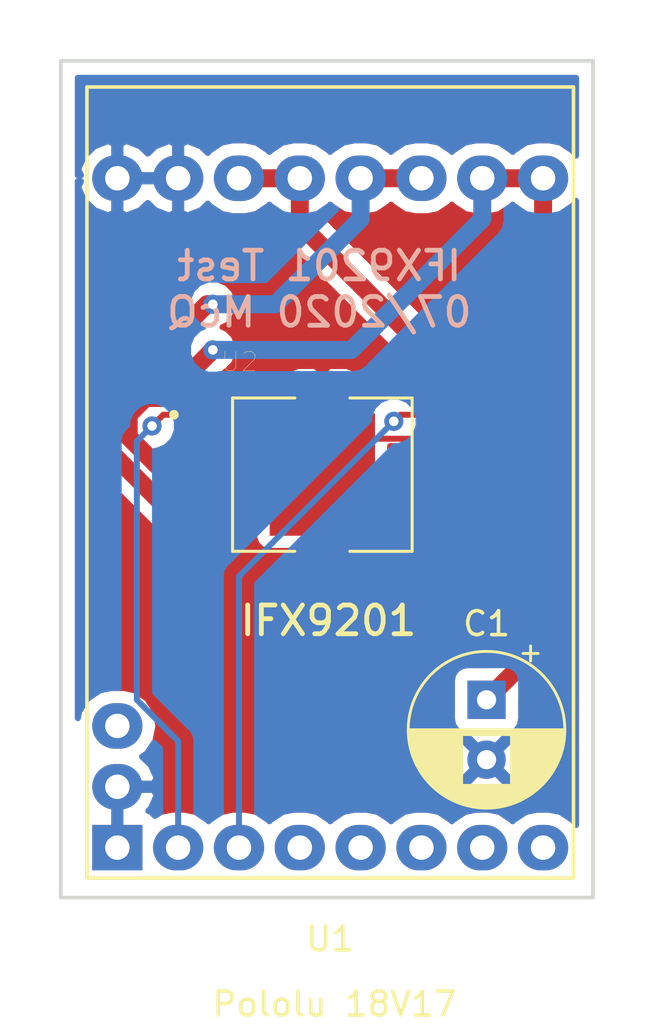
<source format=kicad_pcb>
(kicad_pcb (version 20171130) (host pcbnew 5.0.2+dfsg1-1)

  (general
    (thickness 1.6)
    (drawings 6)
    (tracks 57)
    (zones 0)
    (modules 3)
    (nets 18)
  )

  (page A4)
  (layers
    (0 F.Cu signal)
    (31 B.Cu signal)
    (32 B.Adhes user)
    (33 F.Adhes user)
    (34 B.Paste user)
    (35 F.Paste user)
    (36 B.SilkS user)
    (37 F.SilkS user)
    (38 B.Mask user)
    (39 F.Mask user)
    (40 Dwgs.User user)
    (41 Cmts.User user)
    (42 Eco1.User user)
    (43 Eco2.User user)
    (44 Edge.Cuts user)
    (45 Margin user)
    (46 B.CrtYd user)
    (47 F.CrtYd user)
    (48 B.Fab user)
    (49 F.Fab user)
  )

  (setup
    (last_trace_width 0.75)
    (user_trace_width 0.5)
    (user_trace_width 0.75)
    (trace_clearance 0.2)
    (zone_clearance 0.508)
    (zone_45_only no)
    (trace_min 0.2)
    (segment_width 0.2)
    (edge_width 0.15)
    (via_size 0.8)
    (via_drill 0.4)
    (via_min_size 0.4)
    (via_min_drill 0.3)
    (uvia_size 0.3)
    (uvia_drill 0.1)
    (uvias_allowed no)
    (uvia_min_size 0.2)
    (uvia_min_drill 0.1)
    (pcb_text_width 0.3)
    (pcb_text_size 1.5 1.5)
    (mod_edge_width 0.15)
    (mod_text_size 1 1)
    (mod_text_width 0.15)
    (pad_size 1.524 1.524)
    (pad_drill 0.762)
    (pad_to_mask_clearance 0.051)
    (solder_mask_min_width 0.25)
    (aux_axis_origin 0 0)
    (visible_elements FFFFFF7F)
    (pcbplotparams
      (layerselection 0x010fc_ffffffff)
      (usegerberextensions false)
      (usegerberattributes false)
      (usegerberadvancedattributes false)
      (creategerberjobfile false)
      (excludeedgelayer true)
      (linewidth 0.100000)
      (plotframeref false)
      (viasonmask false)
      (mode 1)
      (useauxorigin false)
      (hpglpennumber 1)
      (hpglpenspeed 20)
      (hpglpendiameter 15.000000)
      (psnegative false)
      (psa4output false)
      (plotreference true)
      (plotvalue true)
      (plotinvisibletext false)
      (padsonsilk false)
      (subtractmaskfromsilk false)
      (outputformat 1)
      (mirror false)
      (drillshape 1)
      (scaleselection 1)
      (outputdirectory ""))
  )

  (net 0 "")
  (net 1 "Net-(U1-Pad2)")
  (net 2 "Net-(U1-Pad3)")
  (net 3 "Net-(U1-Pad4)")
  (net 4 "Net-(U1-Pad5)")
  (net 5 "Net-(U1-Pad6)")
  (net 6 "Net-(U1-Pad7)")
  (net 7 "Net-(U1-Pad8)")
  (net 8 "Net-(U1-Pad11)")
  (net 9 "Net-(U1-Pad13)")
  (net 10 "Net-(U1-Pad17)")
  (net 11 "Net-(U2-Pad10)")
  (net 12 "Net-(U2-Pad9)")
  (net 13 "Net-(U2-Pad8)")
  (net 14 "Net-(U2-Pad3)")
  (net 15 "Net-(U2-Pad2)")
  (net 16 GND)
  (net 17 "Net-(C1-Pad1)")

  (net_class Default "This is the default net class."
    (clearance 0.2)
    (trace_width 0.25)
    (via_dia 0.8)
    (via_drill 0.4)
    (uvia_dia 0.3)
    (uvia_drill 0.1)
    (add_net GND)
    (add_net "Net-(C1-Pad1)")
    (add_net "Net-(U1-Pad11)")
    (add_net "Net-(U1-Pad13)")
    (add_net "Net-(U1-Pad17)")
    (add_net "Net-(U1-Pad2)")
    (add_net "Net-(U1-Pad3)")
    (add_net "Net-(U1-Pad4)")
    (add_net "Net-(U1-Pad5)")
    (add_net "Net-(U1-Pad6)")
    (add_net "Net-(U1-Pad7)")
    (add_net "Net-(U1-Pad8)")
    (add_net "Net-(U2-Pad10)")
    (add_net "Net-(U2-Pad2)")
    (add_net "Net-(U2-Pad3)")
    (add_net "Net-(U2-Pad8)")
    (add_net "Net-(U2-Pad9)")
  )

  (module MedidoFootprints:Pololu18V17 (layer F.Cu) (tedit 5F027E15) (tstamp 5F548CD4)
    (at 82.371001 88.721001)
    (path /5F072E6A)
    (fp_text reference U1 (at 0 17.78) (layer F.SilkS)
      (effects (font (size 1 1) (thickness 0.15)))
    )
    (fp_text value Pololu18v17 (at 0 -16.51) (layer F.Fab)
      (effects (font (size 1 1) (thickness 0.15)))
    )
    (fp_line (start -10.16 15.24) (end -10.16 -17.78) (layer F.SilkS) (width 0.15))
    (fp_line (start -10.16 -17.78) (end 10.16 -17.78) (layer F.SilkS) (width 0.15))
    (fp_line (start 10.16 -17.78) (end 10.16 15.24) (layer F.SilkS) (width 0.15))
    (fp_line (start 10.16 15.24) (end -10.16 15.24) (layer F.SilkS) (width 0.15))
    (fp_text user "Pololu 18V17" (at 0.178999 20.498999) (layer F.SilkS)
      (effects (font (size 1 1) (thickness 0.15)))
    )
    (pad 1 thru_hole rect (at -8.89 13.97) (size 2.1 1.9) (drill 1.02) (layers *.Cu *.Mask)
      (net 16 GND))
    (pad 2 thru_hole oval (at -6.35 13.97) (size 2.1 1.9) (drill 1.02) (layers *.Cu *.Mask)
      (net 1 "Net-(U1-Pad2)"))
    (pad 3 thru_hole oval (at -3.81 13.97) (size 2.1 1.9) (drill 1.02) (layers *.Cu *.Mask)
      (net 2 "Net-(U1-Pad3)"))
    (pad 4 thru_hole oval (at -1.27 13.97) (size 2.1 1.9) (drill 1.02) (layers *.Cu *.Mask)
      (net 3 "Net-(U1-Pad4)"))
    (pad 5 thru_hole oval (at 1.27 13.97) (size 2.1 1.9) (drill 1.02) (layers *.Cu *.Mask)
      (net 4 "Net-(U1-Pad5)"))
    (pad 6 thru_hole oval (at 3.81 13.97) (size 2.1 1.9) (drill 1.02) (layers *.Cu *.Mask)
      (net 5 "Net-(U1-Pad6)"))
    (pad 7 thru_hole oval (at 6.35 13.97) (size 2.1 1.9) (drill 1.02) (layers *.Cu *.Mask)
      (net 6 "Net-(U1-Pad7)"))
    (pad 8 thru_hole oval (at 8.89 13.97) (size 2.1 1.9) (drill 1.02) (layers *.Cu *.Mask)
      (net 7 "Net-(U1-Pad8)"))
    (pad 9 thru_hole oval (at 8.89 -13.97) (size 2.1 1.9) (drill 1.02) (layers *.Cu *.Mask)
      (net 17 "Net-(C1-Pad1)"))
    (pad 10 thru_hole oval (at 6.35 -13.97) (size 2.1 1.9) (drill 1.02) (layers *.Cu *.Mask)
      (net 17 "Net-(C1-Pad1)"))
    (pad 11 thru_hole oval (at 3.81 -13.97) (size 2.1 1.9) (drill 1.02) (layers *.Cu *.Mask)
      (net 8 "Net-(U1-Pad11)"))
    (pad 12 thru_hole oval (at 1.27 -13.97) (size 2.1 1.9) (drill 1.02) (layers *.Cu *.Mask)
      (net 8 "Net-(U1-Pad11)"))
    (pad 13 thru_hole oval (at -1.27 -13.97) (size 2.1 1.9) (drill 1.02) (layers *.Cu *.Mask)
      (net 9 "Net-(U1-Pad13)"))
    (pad 14 thru_hole oval (at -3.81 -13.97) (size 2.1 1.9) (drill 1.02) (layers *.Cu *.Mask)
      (net 9 "Net-(U1-Pad13)"))
    (pad 15 thru_hole oval (at -6.35 -13.97) (size 2.1 1.9) (drill 1.02) (layers *.Cu *.Mask)
      (net 16 GND))
    (pad 16 thru_hole oval (at -8.89 -13.97) (size 2.1 1.9) (drill 1.02) (layers *.Cu *.Mask)
      (net 16 GND))
    (pad 18 thru_hole oval (at -8.89 11.43) (size 2.1 1.9) (drill 1.02) (layers *.Cu *.Mask)
      (net 16 GND))
    (pad 17 thru_hole oval (at -8.89 8.89) (size 2.1 1.9) (drill 1.02) (layers *.Cu *.Mask)
      (net 10 "Net-(U1-Pad17)"))
  )

  (module MedidoFootprints:CONV_IFX9201SGAUMA1 (layer F.Cu) (tedit 5EFDDD60) (tstamp 5F548CFD)
    (at 82.042 87.122)
    (path /5F073084)
    (fp_text reference U2 (at -3.46 -4.708) (layer F.SilkS)
      (effects (font (size 0.8 0.8) (thickness 0.015)))
    )
    (fp_text value IFX9201SGAUMA1 (at 3.652 4.692) (layer F.Fab)
      (effects (font (size 0.8 0.8) (thickness 0.015)))
    )
    (fp_line (start 3.75 -3.2) (end 3.75 3.2) (layer F.SilkS) (width 0.127))
    (fp_line (start -3.75 3.2) (end -3.75 -3.2) (layer F.SilkS) (width 0.127))
    (fp_circle (center -6.2 -2.5) (end -6.1 -2.5) (layer F.Fab) (width 0.2))
    (fp_circle (center -6.2 -2.5) (end -6.1 -2.5) (layer F.SilkS) (width 0.2))
    (fp_line (start -5.9 4.15) (end -5.9 -4.15) (layer F.CrtYd) (width 0.05))
    (fp_line (start 5.9 4.15) (end -5.9 4.15) (layer F.CrtYd) (width 0.05))
    (fp_line (start 5.9 -4.15) (end 5.9 4.15) (layer F.CrtYd) (width 0.05))
    (fp_line (start -5.9 -4.15) (end 5.9 -4.15) (layer F.CrtYd) (width 0.05))
    (fp_line (start -3.75 3.2) (end -1.15 3.2) (layer F.SilkS) (width 0.127))
    (fp_line (start 3.75 3.2) (end 1.15 3.2) (layer F.SilkS) (width 0.127))
    (fp_line (start -3.75 -3.2) (end -1.15 -3.2) (layer F.SilkS) (width 0.127))
    (fp_line (start 3.75 -3.2) (end 1.15 -3.2) (layer F.SilkS) (width 0.127))
    (fp_line (start -3.75 3.2) (end -3.75 -3.2) (layer F.Fab) (width 0.127))
    (fp_line (start 3.75 3.2) (end -3.75 3.2) (layer F.Fab) (width 0.127))
    (fp_line (start 3.75 -3.2) (end 3.75 3.2) (layer F.Fab) (width 0.127))
    (fp_line (start -3.75 -3.2) (end 3.75 -3.2) (layer F.Fab) (width 0.127))
    (fp_poly (pts (xy -0.475 2.525) (xy 0.475 2.525) (xy 0.475 4.125) (xy -0.475 4.125)) (layer F.Paste) (width 0.01))
    (fp_poly (pts (xy -2.275 0.375) (xy -0.025 0.375) (xy -0.025 2.275) (xy -2.275 2.275)) (layer F.Paste) (width 0.01))
    (fp_poly (pts (xy 0.025 0.375) (xy 2.275 0.375) (xy 2.275 2.275) (xy 0.025 2.275)) (layer F.Paste) (width 0.01))
    (fp_poly (pts (xy -2.275 -2.275) (xy -0.025 -2.275) (xy -0.025 -0.375) (xy -2.275 -0.375)) (layer F.Paste) (width 0.01))
    (fp_poly (pts (xy 0.025 -2.275) (xy 2.275 -2.275) (xy 2.275 -0.375) (xy 0.025 -0.375)) (layer F.Paste) (width 0.01))
    (fp_poly (pts (xy -0.475 -4.125) (xy 0.475 -4.125) (xy 0.475 -2.525) (xy -0.475 -2.525)) (layer F.Paste) (width 0.01))
    (pad 13.2 smd rect (at 0 3.225) (size 1.8 1.35) (layers F.Cu F.Mask)
      (net 16 GND))
    (pad 12 smd rect (at 4.975 -2.5) (size 1.35 0.65) (layers F.Cu F.Paste F.Mask)
      (net 2 "Net-(U1-Pad3)"))
    (pad 11 smd rect (at 4.975 -1.5) (size 1.35 0.65) (layers F.Cu F.Paste F.Mask)
      (net 16 GND))
    (pad 10 smd rect (at 4.975 -0.5) (size 1.35 0.65) (layers F.Cu F.Paste F.Mask)
      (net 11 "Net-(U2-Pad10)"))
    (pad 9 smd rect (at 4.975 0.5) (size 1.35 0.65) (layers F.Cu F.Paste F.Mask)
      (net 12 "Net-(U2-Pad9)"))
    (pad 8 smd rect (at 4.975 1.5) (size 1.35 0.65) (layers F.Cu F.Paste F.Mask)
      (net 13 "Net-(U2-Pad8)"))
    (pad 7 smd rect (at 4.975 2.5) (size 1.35 0.65) (layers F.Cu F.Paste F.Mask)
      (net 9 "Net-(U1-Pad13)"))
    (pad 6 smd rect (at -4.975 2.5) (size 1.35 0.65) (layers F.Cu F.Paste F.Mask)
      (net 16 GND))
    (pad 5 smd rect (at -4.975 1.5) (size 1.35 0.65) (layers F.Cu F.Paste F.Mask)
      (net 8 "Net-(U1-Pad11)"))
    (pad 4 smd rect (at -4.975 0.5) (size 1.35 0.65) (layers F.Cu F.Paste F.Mask)
      (net 17 "Net-(C1-Pad1)"))
    (pad 3 smd rect (at -4.975 -0.5) (size 1.35 0.65) (layers F.Cu F.Paste F.Mask)
      (net 14 "Net-(U2-Pad3)"))
    (pad 2 smd rect (at -4.975 -1.5) (size 1.35 0.65) (layers F.Cu F.Paste F.Mask)
      (net 15 "Net-(U2-Pad2)"))
    (pad 13.1 smd rect (at 0 -3.225) (size 1.8 1.35) (layers F.Cu F.Mask)
      (net 16 GND))
    (pad 13 smd rect (at 0 0) (size 4.4 5.1) (layers F.Cu F.Mask)
      (net 16 GND))
    (pad 1 smd rect (at -4.975 -2.5) (size 1.35 0.65) (layers F.Cu F.Paste F.Mask)
      (net 1 "Net-(U1-Pad2)"))
  )

  (module Capacitor_THT:CP_Radial_D6.3mm_P2.50mm (layer F.Cu) (tedit 5AE50EF0) (tstamp 5F54CB94)
    (at 88.9 96.52 270)
    (descr "CP, Radial series, Radial, pin pitch=2.50mm, , diameter=6.3mm, Electrolytic Capacitor")
    (tags "CP Radial series Radial pin pitch 2.50mm  diameter 6.3mm Electrolytic Capacitor")
    (path /5F0757F5)
    (fp_text reference C1 (at -3.175 0) (layer F.SilkS)
      (effects (font (size 1 1) (thickness 0.15)))
    )
    (fp_text value CP1 (at 1.27 4.445 270) (layer F.Fab)
      (effects (font (size 1 1) (thickness 0.15)))
    )
    (fp_circle (center 1.25 0) (end 4.4 0) (layer F.Fab) (width 0.1))
    (fp_circle (center 1.25 0) (end 4.52 0) (layer F.SilkS) (width 0.12))
    (fp_circle (center 1.25 0) (end 4.65 0) (layer F.CrtYd) (width 0.05))
    (fp_line (start -1.443972 -1.3735) (end -0.813972 -1.3735) (layer F.Fab) (width 0.1))
    (fp_line (start -1.128972 -1.6885) (end -1.128972 -1.0585) (layer F.Fab) (width 0.1))
    (fp_line (start 1.25 -3.23) (end 1.25 3.23) (layer F.SilkS) (width 0.12))
    (fp_line (start 1.29 -3.23) (end 1.29 3.23) (layer F.SilkS) (width 0.12))
    (fp_line (start 1.33 -3.23) (end 1.33 3.23) (layer F.SilkS) (width 0.12))
    (fp_line (start 1.37 -3.228) (end 1.37 3.228) (layer F.SilkS) (width 0.12))
    (fp_line (start 1.41 -3.227) (end 1.41 3.227) (layer F.SilkS) (width 0.12))
    (fp_line (start 1.45 -3.224) (end 1.45 3.224) (layer F.SilkS) (width 0.12))
    (fp_line (start 1.49 -3.222) (end 1.49 -1.04) (layer F.SilkS) (width 0.12))
    (fp_line (start 1.49 1.04) (end 1.49 3.222) (layer F.SilkS) (width 0.12))
    (fp_line (start 1.53 -3.218) (end 1.53 -1.04) (layer F.SilkS) (width 0.12))
    (fp_line (start 1.53 1.04) (end 1.53 3.218) (layer F.SilkS) (width 0.12))
    (fp_line (start 1.57 -3.215) (end 1.57 -1.04) (layer F.SilkS) (width 0.12))
    (fp_line (start 1.57 1.04) (end 1.57 3.215) (layer F.SilkS) (width 0.12))
    (fp_line (start 1.61 -3.211) (end 1.61 -1.04) (layer F.SilkS) (width 0.12))
    (fp_line (start 1.61 1.04) (end 1.61 3.211) (layer F.SilkS) (width 0.12))
    (fp_line (start 1.65 -3.206) (end 1.65 -1.04) (layer F.SilkS) (width 0.12))
    (fp_line (start 1.65 1.04) (end 1.65 3.206) (layer F.SilkS) (width 0.12))
    (fp_line (start 1.69 -3.201) (end 1.69 -1.04) (layer F.SilkS) (width 0.12))
    (fp_line (start 1.69 1.04) (end 1.69 3.201) (layer F.SilkS) (width 0.12))
    (fp_line (start 1.73 -3.195) (end 1.73 -1.04) (layer F.SilkS) (width 0.12))
    (fp_line (start 1.73 1.04) (end 1.73 3.195) (layer F.SilkS) (width 0.12))
    (fp_line (start 1.77 -3.189) (end 1.77 -1.04) (layer F.SilkS) (width 0.12))
    (fp_line (start 1.77 1.04) (end 1.77 3.189) (layer F.SilkS) (width 0.12))
    (fp_line (start 1.81 -3.182) (end 1.81 -1.04) (layer F.SilkS) (width 0.12))
    (fp_line (start 1.81 1.04) (end 1.81 3.182) (layer F.SilkS) (width 0.12))
    (fp_line (start 1.85 -3.175) (end 1.85 -1.04) (layer F.SilkS) (width 0.12))
    (fp_line (start 1.85 1.04) (end 1.85 3.175) (layer F.SilkS) (width 0.12))
    (fp_line (start 1.89 -3.167) (end 1.89 -1.04) (layer F.SilkS) (width 0.12))
    (fp_line (start 1.89 1.04) (end 1.89 3.167) (layer F.SilkS) (width 0.12))
    (fp_line (start 1.93 -3.159) (end 1.93 -1.04) (layer F.SilkS) (width 0.12))
    (fp_line (start 1.93 1.04) (end 1.93 3.159) (layer F.SilkS) (width 0.12))
    (fp_line (start 1.971 -3.15) (end 1.971 -1.04) (layer F.SilkS) (width 0.12))
    (fp_line (start 1.971 1.04) (end 1.971 3.15) (layer F.SilkS) (width 0.12))
    (fp_line (start 2.011 -3.141) (end 2.011 -1.04) (layer F.SilkS) (width 0.12))
    (fp_line (start 2.011 1.04) (end 2.011 3.141) (layer F.SilkS) (width 0.12))
    (fp_line (start 2.051 -3.131) (end 2.051 -1.04) (layer F.SilkS) (width 0.12))
    (fp_line (start 2.051 1.04) (end 2.051 3.131) (layer F.SilkS) (width 0.12))
    (fp_line (start 2.091 -3.121) (end 2.091 -1.04) (layer F.SilkS) (width 0.12))
    (fp_line (start 2.091 1.04) (end 2.091 3.121) (layer F.SilkS) (width 0.12))
    (fp_line (start 2.131 -3.11) (end 2.131 -1.04) (layer F.SilkS) (width 0.12))
    (fp_line (start 2.131 1.04) (end 2.131 3.11) (layer F.SilkS) (width 0.12))
    (fp_line (start 2.171 -3.098) (end 2.171 -1.04) (layer F.SilkS) (width 0.12))
    (fp_line (start 2.171 1.04) (end 2.171 3.098) (layer F.SilkS) (width 0.12))
    (fp_line (start 2.211 -3.086) (end 2.211 -1.04) (layer F.SilkS) (width 0.12))
    (fp_line (start 2.211 1.04) (end 2.211 3.086) (layer F.SilkS) (width 0.12))
    (fp_line (start 2.251 -3.074) (end 2.251 -1.04) (layer F.SilkS) (width 0.12))
    (fp_line (start 2.251 1.04) (end 2.251 3.074) (layer F.SilkS) (width 0.12))
    (fp_line (start 2.291 -3.061) (end 2.291 -1.04) (layer F.SilkS) (width 0.12))
    (fp_line (start 2.291 1.04) (end 2.291 3.061) (layer F.SilkS) (width 0.12))
    (fp_line (start 2.331 -3.047) (end 2.331 -1.04) (layer F.SilkS) (width 0.12))
    (fp_line (start 2.331 1.04) (end 2.331 3.047) (layer F.SilkS) (width 0.12))
    (fp_line (start 2.371 -3.033) (end 2.371 -1.04) (layer F.SilkS) (width 0.12))
    (fp_line (start 2.371 1.04) (end 2.371 3.033) (layer F.SilkS) (width 0.12))
    (fp_line (start 2.411 -3.018) (end 2.411 -1.04) (layer F.SilkS) (width 0.12))
    (fp_line (start 2.411 1.04) (end 2.411 3.018) (layer F.SilkS) (width 0.12))
    (fp_line (start 2.451 -3.002) (end 2.451 -1.04) (layer F.SilkS) (width 0.12))
    (fp_line (start 2.451 1.04) (end 2.451 3.002) (layer F.SilkS) (width 0.12))
    (fp_line (start 2.491 -2.986) (end 2.491 -1.04) (layer F.SilkS) (width 0.12))
    (fp_line (start 2.491 1.04) (end 2.491 2.986) (layer F.SilkS) (width 0.12))
    (fp_line (start 2.531 -2.97) (end 2.531 -1.04) (layer F.SilkS) (width 0.12))
    (fp_line (start 2.531 1.04) (end 2.531 2.97) (layer F.SilkS) (width 0.12))
    (fp_line (start 2.571 -2.952) (end 2.571 -1.04) (layer F.SilkS) (width 0.12))
    (fp_line (start 2.571 1.04) (end 2.571 2.952) (layer F.SilkS) (width 0.12))
    (fp_line (start 2.611 -2.934) (end 2.611 -1.04) (layer F.SilkS) (width 0.12))
    (fp_line (start 2.611 1.04) (end 2.611 2.934) (layer F.SilkS) (width 0.12))
    (fp_line (start 2.651 -2.916) (end 2.651 -1.04) (layer F.SilkS) (width 0.12))
    (fp_line (start 2.651 1.04) (end 2.651 2.916) (layer F.SilkS) (width 0.12))
    (fp_line (start 2.691 -2.896) (end 2.691 -1.04) (layer F.SilkS) (width 0.12))
    (fp_line (start 2.691 1.04) (end 2.691 2.896) (layer F.SilkS) (width 0.12))
    (fp_line (start 2.731 -2.876) (end 2.731 -1.04) (layer F.SilkS) (width 0.12))
    (fp_line (start 2.731 1.04) (end 2.731 2.876) (layer F.SilkS) (width 0.12))
    (fp_line (start 2.771 -2.856) (end 2.771 -1.04) (layer F.SilkS) (width 0.12))
    (fp_line (start 2.771 1.04) (end 2.771 2.856) (layer F.SilkS) (width 0.12))
    (fp_line (start 2.811 -2.834) (end 2.811 -1.04) (layer F.SilkS) (width 0.12))
    (fp_line (start 2.811 1.04) (end 2.811 2.834) (layer F.SilkS) (width 0.12))
    (fp_line (start 2.851 -2.812) (end 2.851 -1.04) (layer F.SilkS) (width 0.12))
    (fp_line (start 2.851 1.04) (end 2.851 2.812) (layer F.SilkS) (width 0.12))
    (fp_line (start 2.891 -2.79) (end 2.891 -1.04) (layer F.SilkS) (width 0.12))
    (fp_line (start 2.891 1.04) (end 2.891 2.79) (layer F.SilkS) (width 0.12))
    (fp_line (start 2.931 -2.766) (end 2.931 -1.04) (layer F.SilkS) (width 0.12))
    (fp_line (start 2.931 1.04) (end 2.931 2.766) (layer F.SilkS) (width 0.12))
    (fp_line (start 2.971 -2.742) (end 2.971 -1.04) (layer F.SilkS) (width 0.12))
    (fp_line (start 2.971 1.04) (end 2.971 2.742) (layer F.SilkS) (width 0.12))
    (fp_line (start 3.011 -2.716) (end 3.011 -1.04) (layer F.SilkS) (width 0.12))
    (fp_line (start 3.011 1.04) (end 3.011 2.716) (layer F.SilkS) (width 0.12))
    (fp_line (start 3.051 -2.69) (end 3.051 -1.04) (layer F.SilkS) (width 0.12))
    (fp_line (start 3.051 1.04) (end 3.051 2.69) (layer F.SilkS) (width 0.12))
    (fp_line (start 3.091 -2.664) (end 3.091 -1.04) (layer F.SilkS) (width 0.12))
    (fp_line (start 3.091 1.04) (end 3.091 2.664) (layer F.SilkS) (width 0.12))
    (fp_line (start 3.131 -2.636) (end 3.131 -1.04) (layer F.SilkS) (width 0.12))
    (fp_line (start 3.131 1.04) (end 3.131 2.636) (layer F.SilkS) (width 0.12))
    (fp_line (start 3.171 -2.607) (end 3.171 -1.04) (layer F.SilkS) (width 0.12))
    (fp_line (start 3.171 1.04) (end 3.171 2.607) (layer F.SilkS) (width 0.12))
    (fp_line (start 3.211 -2.578) (end 3.211 -1.04) (layer F.SilkS) (width 0.12))
    (fp_line (start 3.211 1.04) (end 3.211 2.578) (layer F.SilkS) (width 0.12))
    (fp_line (start 3.251 -2.548) (end 3.251 -1.04) (layer F.SilkS) (width 0.12))
    (fp_line (start 3.251 1.04) (end 3.251 2.548) (layer F.SilkS) (width 0.12))
    (fp_line (start 3.291 -2.516) (end 3.291 -1.04) (layer F.SilkS) (width 0.12))
    (fp_line (start 3.291 1.04) (end 3.291 2.516) (layer F.SilkS) (width 0.12))
    (fp_line (start 3.331 -2.484) (end 3.331 -1.04) (layer F.SilkS) (width 0.12))
    (fp_line (start 3.331 1.04) (end 3.331 2.484) (layer F.SilkS) (width 0.12))
    (fp_line (start 3.371 -2.45) (end 3.371 -1.04) (layer F.SilkS) (width 0.12))
    (fp_line (start 3.371 1.04) (end 3.371 2.45) (layer F.SilkS) (width 0.12))
    (fp_line (start 3.411 -2.416) (end 3.411 -1.04) (layer F.SilkS) (width 0.12))
    (fp_line (start 3.411 1.04) (end 3.411 2.416) (layer F.SilkS) (width 0.12))
    (fp_line (start 3.451 -2.38) (end 3.451 -1.04) (layer F.SilkS) (width 0.12))
    (fp_line (start 3.451 1.04) (end 3.451 2.38) (layer F.SilkS) (width 0.12))
    (fp_line (start 3.491 -2.343) (end 3.491 -1.04) (layer F.SilkS) (width 0.12))
    (fp_line (start 3.491 1.04) (end 3.491 2.343) (layer F.SilkS) (width 0.12))
    (fp_line (start 3.531 -2.305) (end 3.531 -1.04) (layer F.SilkS) (width 0.12))
    (fp_line (start 3.531 1.04) (end 3.531 2.305) (layer F.SilkS) (width 0.12))
    (fp_line (start 3.571 -2.265) (end 3.571 2.265) (layer F.SilkS) (width 0.12))
    (fp_line (start 3.611 -2.224) (end 3.611 2.224) (layer F.SilkS) (width 0.12))
    (fp_line (start 3.651 -2.182) (end 3.651 2.182) (layer F.SilkS) (width 0.12))
    (fp_line (start 3.691 -2.137) (end 3.691 2.137) (layer F.SilkS) (width 0.12))
    (fp_line (start 3.731 -2.092) (end 3.731 2.092) (layer F.SilkS) (width 0.12))
    (fp_line (start 3.771 -2.044) (end 3.771 2.044) (layer F.SilkS) (width 0.12))
    (fp_line (start 3.811 -1.995) (end 3.811 1.995) (layer F.SilkS) (width 0.12))
    (fp_line (start 3.851 -1.944) (end 3.851 1.944) (layer F.SilkS) (width 0.12))
    (fp_line (start 3.891 -1.89) (end 3.891 1.89) (layer F.SilkS) (width 0.12))
    (fp_line (start 3.931 -1.834) (end 3.931 1.834) (layer F.SilkS) (width 0.12))
    (fp_line (start 3.971 -1.776) (end 3.971 1.776) (layer F.SilkS) (width 0.12))
    (fp_line (start 4.011 -1.714) (end 4.011 1.714) (layer F.SilkS) (width 0.12))
    (fp_line (start 4.051 -1.65) (end 4.051 1.65) (layer F.SilkS) (width 0.12))
    (fp_line (start 4.091 -1.581) (end 4.091 1.581) (layer F.SilkS) (width 0.12))
    (fp_line (start 4.131 -1.509) (end 4.131 1.509) (layer F.SilkS) (width 0.12))
    (fp_line (start 4.171 -1.432) (end 4.171 1.432) (layer F.SilkS) (width 0.12))
    (fp_line (start 4.211 -1.35) (end 4.211 1.35) (layer F.SilkS) (width 0.12))
    (fp_line (start 4.251 -1.262) (end 4.251 1.262) (layer F.SilkS) (width 0.12))
    (fp_line (start 4.291 -1.165) (end 4.291 1.165) (layer F.SilkS) (width 0.12))
    (fp_line (start 4.331 -1.059) (end 4.331 1.059) (layer F.SilkS) (width 0.12))
    (fp_line (start 4.371 -0.94) (end 4.371 0.94) (layer F.SilkS) (width 0.12))
    (fp_line (start 4.411 -0.802) (end 4.411 0.802) (layer F.SilkS) (width 0.12))
    (fp_line (start 4.451 -0.633) (end 4.451 0.633) (layer F.SilkS) (width 0.12))
    (fp_line (start 4.491 -0.402) (end 4.491 0.402) (layer F.SilkS) (width 0.12))
    (fp_line (start -2.250241 -1.839) (end -1.620241 -1.839) (layer F.SilkS) (width 0.12))
    (fp_line (start -1.935241 -2.154) (end -1.935241 -1.524) (layer F.SilkS) (width 0.12))
    (fp_text user %R (at 1.25 0 270) (layer F.Fab)
      (effects (font (size 1 1) (thickness 0.15)))
    )
    (pad 1 thru_hole rect (at 0 0 270) (size 1.6 1.6) (drill 0.8) (layers *.Cu *.Mask)
      (net 17 "Net-(C1-Pad1)"))
    (pad 2 thru_hole circle (at 2.5 0 270) (size 1.6 1.6) (drill 0.8) (layers *.Cu *.Mask)
      (net 16 GND))
    (model ${KISYS3DMOD}/Capacitor_THT.3dshapes/CP_Radial_D6.3mm_P2.50mm.wrl
      (at (xyz 0 0 0))
      (scale (xyz 1 1 1))
      (rotate (xyz 0 0 0))
    )
  )

  (gr_line (start 71.12 104.775) (end 71.12 69.85) (layer Edge.Cuts) (width 0.15))
  (gr_line (start 93.345 104.775) (end 71.12 104.775) (layer Edge.Cuts) (width 0.15))
  (gr_line (start 93.345 69.85) (end 93.345 104.775) (layer Edge.Cuts) (width 0.15))
  (gr_line (start 71.12 69.85) (end 93.345 69.85) (layer Edge.Cuts) (width 0.15))
  (gr_text "IFX9201 Test\n07/2020 McQ" (at 81.915 79.375) (layer B.SilkS)
    (effects (font (size 1.2 1.2) (thickness 0.2)) (justify mirror))
  )
  (gr_text IFX9201 (at 82.296 93.218) (layer F.SilkS)
    (effects (font (size 1.2 1.2) (thickness 0.2)))
  )

  (segment (start 77.067 84.622) (end 77.417 84.622) (width 0.75) (layer F.Cu) (net 1))
  (segment (start 77.067 84.622) (end 75.398 84.622) (width 0.25) (layer F.Cu) (net 1))
  (via (at 74.93 85.09) (size 0.8) (drill 0.4) (layers F.Cu B.Cu) (net 1))
  (segment (start 75.398 84.622) (end 74.93 85.09) (width 0.25) (layer F.Cu) (net 1))
  (segment (start 76.021001 101.491001) (end 76.021001 102.691001) (width 0.25) (layer B.Cu) (net 1))
  (segment (start 76.021001 98.247865) (end 76.021001 101.491001) (width 0.25) (layer B.Cu) (net 1))
  (segment (start 74.295 96.521864) (end 76.021001 98.247865) (width 0.25) (layer B.Cu) (net 1))
  (segment (start 74.93 85.09) (end 74.295 85.725) (width 0.25) (layer B.Cu) (net 1))
  (segment (start 74.295 85.725) (end 74.295 96.521864) (width 0.25) (layer B.Cu) (net 1))
  (segment (start 78.661001 102.691001) (end 78.561001 102.691001) (width 0.75) (layer F.Cu) (net 2))
  (segment (start 78.661001 102.691001) (end 78.561001 102.691001) (width 0.25) (layer B.Cu) (net 2))
  (segment (start 78.561001 91.362946) (end 84.626958 85.296989) (width 0.25) (layer B.Cu) (net 2))
  (segment (start 78.561001 102.691001) (end 78.561001 91.362946) (width 0.25) (layer B.Cu) (net 2))
  (segment (start 84.626958 85.296989) (end 85.026957 84.89699) (width 0.25) (layer B.Cu) (net 2))
  (segment (start 85.301947 84.622) (end 85.026957 84.89699) (width 0.25) (layer F.Cu) (net 2))
  (via (at 85.026957 84.89699) (size 0.8) (drill 0.4) (layers F.Cu B.Cu) (net 2))
  (segment (start 87.017 84.622) (end 85.301947 84.622) (width 0.25) (layer F.Cu) (net 2))
  (segment (start 88.721001 74.751001) (end 91.261001 74.751001) (width 0.75) (layer F.Cu) (net 17))
  (segment (start 86.181001 74.751001) (end 83.641001 74.751001) (width 0.75) (layer F.Cu) (net 8))
  (segment (start 83.541001 74.751001) (end 83.641001 74.751001) (width 0.75) (layer F.Cu) (net 8))
  (segment (start 77.223479 80.01) (end 77.47 80.01) (width 0.75) (layer F.Cu) (net 8))
  (segment (start 73.004988 84.228491) (end 77.223479 80.01) (width 0.75) (layer F.Cu) (net 8))
  (segment (start 73.004988 85.984988) (end 73.004988 84.228491) (width 0.75) (layer F.Cu) (net 8))
  (segment (start 77.067 88.622) (end 75.642 88.622) (width 0.75) (layer F.Cu) (net 8))
  (via (at 77.47 80.01) (size 0.8) (drill 0.4) (layers F.Cu B.Cu) (net 8))
  (segment (start 75.642 88.622) (end 73.004988 85.984988) (width 0.75) (layer F.Cu) (net 8))
  (segment (start 83.641001 76.451001) (end 83.641001 74.751001) (width 0.75) (layer B.Cu) (net 8))
  (segment (start 80.082002 80.01) (end 83.641001 76.451001) (width 0.75) (layer B.Cu) (net 8))
  (segment (start 77.47 80.01) (end 80.082002 80.01) (width 0.75) (layer B.Cu) (net 8))
  (segment (start 81.101001 74.751001) (end 78.561001 74.751001) (width 0.75) (layer F.Cu) (net 9))
  (segment (start 78.461001 74.751001) (end 78.561001 74.751001) (width 0.75) (layer F.Cu) (net 9))
  (segment (start 81.101001 76.451001) (end 81.101001 74.751001) (width 0.75) (layer F.Cu) (net 9))
  (segment (start 88.267001 83.836999) (end 81.101001 76.670999) (width 0.75) (layer F.Cu) (net 9))
  (segment (start 81.101001 76.670999) (end 81.101001 76.451001) (width 0.75) (layer F.Cu) (net 9))
  (segment (start 88.267001 89.407001) (end 88.267001 83.836999) (width 0.75) (layer F.Cu) (net 9))
  (segment (start 88.052002 89.622) (end 88.267001 89.407001) (width 0.75) (layer F.Cu) (net 9))
  (segment (start 87.017 89.622) (end 88.052002 89.622) (width 0.75) (layer F.Cu) (net 9))
  (segment (start 73.481001 100.151001) (end 73.581001 100.151001) (width 0.75) (layer F.Cu) (net 16))
  (segment (start 76.021001 74.751001) (end 75.921001 74.751001) (width 0.75) (layer F.Cu) (net 16))
  (segment (start 82.042 84.822) (end 82.042 83.897) (width 0.25) (layer F.Cu) (net 16))
  (segment (start 82.842 85.622) (end 82.042 84.822) (width 0.25) (layer F.Cu) (net 16))
  (segment (start 83.542 85.622) (end 82.042 87.122) (width 0.25) (layer F.Cu) (net 16))
  (segment (start 87.017 85.622) (end 83.542 85.622) (width 0.25) (layer F.Cu) (net 16))
  (segment (start 88.621001 74.751001) (end 88.721001 74.751001) (width 0.75) (layer F.Cu) (net 17))
  (segment (start 74.655007 83.921989) (end 75.732009 83.921989) (width 0.75) (layer F.Cu) (net 17))
  (segment (start 73.954998 84.621998) (end 74.655007 83.921989) (width 0.75) (layer F.Cu) (net 17))
  (segment (start 73.954998 85.558002) (end 73.954998 84.621998) (width 0.75) (layer F.Cu) (net 17))
  (segment (start 77.067 87.622) (end 76.018996 87.622) (width 0.75) (layer F.Cu) (net 17))
  (segment (start 76.018996 87.622) (end 73.954998 85.558002) (width 0.75) (layer F.Cu) (net 17))
  (via (at 77.47 81.915) (size 0.8) (drill 0.4) (layers F.Cu B.Cu) (net 17))
  (segment (start 75.732009 83.921989) (end 75.732009 83.652991) (width 0.75) (layer F.Cu) (net 17))
  (segment (start 75.732009 83.652991) (end 77.47 81.915) (width 0.75) (layer F.Cu) (net 17))
  (segment (start 88.721001 76.451001) (end 88.721001 74.751001) (width 0.75) (layer B.Cu) (net 17))
  (segment (start 83.257002 81.915) (end 88.721001 76.451001) (width 0.75) (layer B.Cu) (net 17))
  (segment (start 77.47 81.915) (end 83.257002 81.915) (width 0.75) (layer B.Cu) (net 17))
  (segment (start 91.261001 94.158999) (end 88.9 96.52) (width 0.75) (layer F.Cu) (net 17))
  (segment (start 91.261001 74.751001) (end 91.261001 94.158999) (width 0.75) (layer F.Cu) (net 17))

  (zone (net 16) (net_name GND) (layer F.Cu) (tstamp 0) (hatch edge 0.508)
    (connect_pads (clearance 0.508))
    (min_thickness 0.254)
    (fill yes (arc_segments 16) (thermal_gap 0.508) (thermal_bridge_width 0.508))
    (polygon
      (pts
        (xy 69.85 68.58) (xy 95.25 68.58) (xy 95.25 106.68) (xy 69.85 106.68)
      )
    )
    (filled_polygon
      (pts
        (xy 92.635 73.804752) (xy 92.503722 73.60828) (xy 91.979437 73.257965) (xy 91.517104 73.166001) (xy 91.004898 73.166001)
        (xy 90.542565 73.257965) (xy 90.01828 73.60828) (xy 89.991001 73.649106) (xy 89.963722 73.60828) (xy 89.439437 73.257965)
        (xy 88.977104 73.166001) (xy 88.464898 73.166001) (xy 88.002565 73.257965) (xy 87.47828 73.60828) (xy 87.451001 73.649106)
        (xy 87.423722 73.60828) (xy 86.899437 73.257965) (xy 86.437104 73.166001) (xy 85.924898 73.166001) (xy 85.462565 73.257965)
        (xy 84.93828 73.60828) (xy 84.911001 73.649106) (xy 84.883722 73.60828) (xy 84.359437 73.257965) (xy 83.897104 73.166001)
        (xy 83.384898 73.166001) (xy 82.922565 73.257965) (xy 82.39828 73.60828) (xy 82.371001 73.649106) (xy 82.343722 73.60828)
        (xy 81.819437 73.257965) (xy 81.357104 73.166001) (xy 80.844898 73.166001) (xy 80.382565 73.257965) (xy 79.85828 73.60828)
        (xy 79.831001 73.649106) (xy 79.803722 73.60828) (xy 79.279437 73.257965) (xy 78.817104 73.166001) (xy 78.304898 73.166001)
        (xy 77.842565 73.257965) (xy 77.31828 73.60828) (xy 77.262066 73.69241) (xy 76.971618 73.414594) (xy 76.395448 73.190805)
        (xy 76.148001 73.325831) (xy 76.148001 74.624001) (xy 76.168001 74.624001) (xy 76.168001 74.878001) (xy 76.148001 74.878001)
        (xy 76.148001 76.176171) (xy 76.395448 76.311197) (xy 76.971618 76.087408) (xy 77.262066 75.809592) (xy 77.31828 75.893722)
        (xy 77.842565 76.244037) (xy 78.304898 76.336001) (xy 78.817104 76.336001) (xy 79.279437 76.244037) (xy 79.803722 75.893722)
        (xy 79.831001 75.852896) (xy 79.85828 75.893722) (xy 80.091001 76.049221) (xy 80.091001 76.571528) (xy 80.071215 76.670999)
        (xy 80.091001 76.77047) (xy 80.091001 76.770474) (xy 80.149602 77.06508) (xy 80.372832 77.399168) (xy 80.457164 77.455517)
        (xy 86.651207 83.64956) (xy 86.342 83.64956) (xy 86.094235 83.698843) (xy 85.884191 83.839191) (xy 85.86895 83.862)
        (xy 85.376795 83.862) (xy 85.301947 83.847112) (xy 85.227149 83.86199) (xy 84.821083 83.86199) (xy 84.504151 83.993267)
        (xy 84.368309 83.937) (xy 82.32775 83.937) (xy 82.24075 84.024) (xy 82.169 84.024) (xy 82.169 86.995)
        (xy 84.71825 86.995) (xy 84.877 86.83625) (xy 84.877 85.93199) (xy 85.232831 85.93199) (xy 85.613237 85.774421)
        (xy 85.707 85.680658) (xy 85.707 85.749002) (xy 85.865748 85.749002) (xy 85.707 85.90775) (xy 85.707 86.07331)
        (xy 85.728655 86.12559) (xy 85.69456 86.297) (xy 85.69456 86.947) (xy 85.729369 87.122) (xy 85.69456 87.297)
        (xy 85.69456 87.947) (xy 85.729369 88.122) (xy 85.69456 88.297) (xy 85.69456 88.947) (xy 85.729369 89.122)
        (xy 85.69456 89.297) (xy 85.69456 89.947) (xy 85.743843 90.194765) (xy 85.884191 90.404809) (xy 86.094235 90.545157)
        (xy 86.342 90.59444) (xy 86.728698 90.59444) (xy 86.917524 90.632) (xy 87.952531 90.632) (xy 88.052002 90.651786)
        (xy 88.151473 90.632) (xy 88.151478 90.632) (xy 88.446084 90.573399) (xy 88.780171 90.350169) (xy 88.83652 90.265837)
        (xy 88.910839 90.191518) (xy 88.99517 90.13517) (xy 89.2184 89.801083) (xy 89.277001 89.506477) (xy 89.277001 89.506473)
        (xy 89.296787 89.407001) (xy 89.277001 89.307529) (xy 89.277001 83.936469) (xy 89.296787 83.836998) (xy 89.277001 83.737527)
        (xy 89.277001 83.737523) (xy 89.2184 83.442917) (xy 88.99517 83.10883) (xy 88.910838 83.052481) (xy 82.111001 76.252644)
        (xy 82.111001 76.049221) (xy 82.343722 75.893722) (xy 82.371001 75.852896) (xy 82.39828 75.893722) (xy 82.922565 76.244037)
        (xy 83.384898 76.336001) (xy 83.897104 76.336001) (xy 84.359437 76.244037) (xy 84.883722 75.893722) (xy 84.911001 75.852896)
        (xy 84.93828 75.893722) (xy 85.462565 76.244037) (xy 85.924898 76.336001) (xy 86.437104 76.336001) (xy 86.899437 76.244037)
        (xy 87.423722 75.893722) (xy 87.451001 75.852896) (xy 87.47828 75.893722) (xy 88.002565 76.244037) (xy 88.464898 76.336001)
        (xy 88.977104 76.336001) (xy 89.439437 76.244037) (xy 89.963722 75.893722) (xy 89.991001 75.852896) (xy 90.01828 75.893722)
        (xy 90.251001 76.049221) (xy 90.251002 93.740642) (xy 88.919085 95.07256) (xy 88.1 95.07256) (xy 87.852235 95.121843)
        (xy 87.642191 95.262191) (xy 87.501843 95.472235) (xy 87.45256 95.72) (xy 87.45256 97.32) (xy 87.501843 97.567765)
        (xy 87.642191 97.777809) (xy 87.852235 97.918157) (xy 88.086187 97.964693) (xy 88.071861 98.012255) (xy 88.9 98.840395)
        (xy 89.728139 98.012255) (xy 89.713813 97.964693) (xy 89.947765 97.918157) (xy 90.157809 97.777809) (xy 90.298157 97.567765)
        (xy 90.34744 97.32) (xy 90.34744 96.500915) (xy 91.904841 94.943515) (xy 91.98917 94.887168) (xy 92.045517 94.802839)
        (xy 92.045519 94.802837) (xy 92.212399 94.553082) (xy 92.2124 94.553081) (xy 92.271001 94.258475) (xy 92.271001 94.25847)
        (xy 92.290787 94.158999) (xy 92.271001 94.059528) (xy 92.271001 76.049221) (xy 92.503722 75.893722) (xy 92.635 75.69725)
        (xy 92.635001 101.744753) (xy 92.503722 101.54828) (xy 91.979437 101.197965) (xy 91.517104 101.106001) (xy 91.004898 101.106001)
        (xy 90.542565 101.197965) (xy 90.01828 101.54828) (xy 89.991001 101.589106) (xy 89.963722 101.54828) (xy 89.439437 101.197965)
        (xy 88.977104 101.106001) (xy 88.464898 101.106001) (xy 88.002565 101.197965) (xy 87.47828 101.54828) (xy 87.451001 101.589106)
        (xy 87.423722 101.54828) (xy 86.899437 101.197965) (xy 86.437104 101.106001) (xy 85.924898 101.106001) (xy 85.462565 101.197965)
        (xy 84.93828 101.54828) (xy 84.911001 101.589106) (xy 84.883722 101.54828) (xy 84.359437 101.197965) (xy 83.897104 101.106001)
        (xy 83.384898 101.106001) (xy 82.922565 101.197965) (xy 82.39828 101.54828) (xy 82.371001 101.589106) (xy 82.343722 101.54828)
        (xy 81.819437 101.197965) (xy 81.357104 101.106001) (xy 80.844898 101.106001) (xy 80.382565 101.197965) (xy 79.85828 101.54828)
        (xy 79.831001 101.589106) (xy 79.803722 101.54828) (xy 79.279437 101.197965) (xy 78.817104 101.106001) (xy 78.304898 101.106001)
        (xy 77.842565 101.197965) (xy 77.31828 101.54828) (xy 77.291001 101.589106) (xy 77.263722 101.54828) (xy 76.739437 101.197965)
        (xy 76.277104 101.106001) (xy 75.764898 101.106001) (xy 75.302565 101.197965) (xy 75.052847 101.364821) (xy 74.890699 101.202674)
        (xy 74.778071 101.156022) (xy 74.878289 101.060163) (xy 75.121587 100.523589) (xy 75.001585 100.278001) (xy 73.608001 100.278001)
        (xy 73.608001 102.564001) (xy 73.628001 102.564001) (xy 73.628001 102.818001) (xy 73.608001 102.818001) (xy 73.608001 102.838001)
        (xy 73.354001 102.838001) (xy 73.354001 102.818001) (xy 73.334001 102.818001) (xy 73.334001 102.564001) (xy 73.354001 102.564001)
        (xy 73.354001 100.278001) (xy 73.334001 100.278001) (xy 73.334001 100.027745) (xy 88.071861 100.027745) (xy 88.145995 100.273864)
        (xy 88.683223 100.466965) (xy 89.253454 100.439778) (xy 89.654005 100.273864) (xy 89.728139 100.027745) (xy 88.9 99.199605)
        (xy 88.071861 100.027745) (xy 73.334001 100.027745) (xy 73.334001 100.024001) (xy 73.354001 100.024001) (xy 73.354001 100.004001)
        (xy 73.608001 100.004001) (xy 73.608001 100.024001) (xy 75.001585 100.024001) (xy 75.121587 99.778413) (xy 74.878289 99.241839)
        (xy 74.514283 98.893664) (xy 74.649638 98.803223) (xy 87.453035 98.803223) (xy 87.480222 99.373454) (xy 87.646136 99.774005)
        (xy 87.892255 99.848139) (xy 88.720395 99.02) (xy 89.079605 99.02) (xy 89.907745 99.848139) (xy 90.153864 99.774005)
        (xy 90.346965 99.236777) (xy 90.319778 98.666546) (xy 90.153864 98.265995) (xy 89.907745 98.191861) (xy 89.079605 99.02)
        (xy 88.720395 99.02) (xy 87.892255 98.191861) (xy 87.646136 98.265995) (xy 87.453035 98.803223) (xy 74.649638 98.803223)
        (xy 74.723722 98.753722) (xy 75.074037 98.229437) (xy 75.197052 97.611001) (xy 75.074037 96.992565) (xy 74.723722 96.46828)
        (xy 74.199437 96.117965) (xy 73.737104 96.026001) (xy 73.224898 96.026001) (xy 72.762565 96.117965) (xy 72.23828 96.46828)
        (xy 71.887965 96.992565) (xy 71.83 97.283974) (xy 71.83 90.63275) (xy 80.507 90.63275) (xy 80.507 91.14831)
        (xy 80.603673 91.381699) (xy 80.782302 91.560327) (xy 81.015691 91.657) (xy 81.75625 91.657) (xy 81.915 91.49825)
        (xy 81.915 90.474) (xy 82.169 90.474) (xy 82.169 91.49825) (xy 82.32775 91.657) (xy 83.068309 91.657)
        (xy 83.301698 91.560327) (xy 83.480327 91.381699) (xy 83.577 91.14831) (xy 83.577 90.63275) (xy 83.41825 90.474)
        (xy 82.169 90.474) (xy 81.915 90.474) (xy 80.66575 90.474) (xy 80.507 90.63275) (xy 71.83 90.63275)
        (xy 71.83 84.228491) (xy 71.975202 84.228491) (xy 71.994989 84.327966) (xy 71.994988 85.885517) (xy 71.975202 85.984988)
        (xy 71.994988 86.084459) (xy 71.994988 86.084463) (xy 72.053589 86.379069) (xy 72.276819 86.713157) (xy 72.361151 86.769506)
        (xy 74.857482 89.265837) (xy 74.913831 89.350169) (xy 75.247918 89.573399) (xy 75.542524 89.632) (xy 75.542528 89.632)
        (xy 75.641999 89.651786) (xy 75.74147 89.632) (xy 75.757 89.632) (xy 75.757 89.749002) (xy 75.915748 89.749002)
        (xy 75.757 89.90775) (xy 75.757 90.07331) (xy 75.853673 90.306699) (xy 76.032302 90.485327) (xy 76.265691 90.582)
        (xy 76.78125 90.582) (xy 76.94 90.42325) (xy 76.94 89.749) (xy 77.194 89.749) (xy 77.194 90.42325)
        (xy 77.35275 90.582) (xy 77.868309 90.582) (xy 78.101698 90.485327) (xy 78.280327 90.306699) (xy 78.377 90.07331)
        (xy 78.377 89.90775) (xy 78.21825 89.749) (xy 77.194 89.749) (xy 76.94 89.749) (xy 76.92 89.749)
        (xy 76.92 89.632) (xy 77.166476 89.632) (xy 77.355302 89.59444) (xy 77.742 89.59444) (xy 77.989765 89.545157)
        (xy 78.06483 89.495) (xy 78.21825 89.495) (xy 78.377 89.33625) (xy 78.377 89.17069) (xy 78.355345 89.11841)
        (xy 78.38944 88.947) (xy 78.38944 88.297) (xy 78.354631 88.122) (xy 78.38944 87.947) (xy 78.38944 87.40775)
        (xy 79.207 87.40775) (xy 79.207 89.79831) (xy 79.303673 90.031699) (xy 79.482302 90.210327) (xy 79.715691 90.307)
        (xy 81.75625 90.307) (xy 81.84325 90.22) (xy 81.915 90.22) (xy 81.915 87.249) (xy 82.169 87.249)
        (xy 82.169 90.22) (xy 82.24075 90.22) (xy 82.32775 90.307) (xy 84.368309 90.307) (xy 84.601698 90.210327)
        (xy 84.780327 90.031699) (xy 84.877 89.79831) (xy 84.877 87.40775) (xy 84.71825 87.249) (xy 82.169 87.249)
        (xy 81.915 87.249) (xy 79.36575 87.249) (xy 79.207 87.40775) (xy 78.38944 87.40775) (xy 78.38944 87.297)
        (xy 78.354631 87.122) (xy 78.38944 86.947) (xy 78.38944 86.297) (xy 78.354631 86.122) (xy 78.38944 85.947)
        (xy 78.38944 85.297) (xy 78.354631 85.122) (xy 78.38944 84.947) (xy 78.38944 84.910302) (xy 78.446787 84.622)
        (xy 78.411717 84.44569) (xy 79.207 84.44569) (xy 79.207 86.83625) (xy 79.36575 86.995) (xy 81.915 86.995)
        (xy 81.915 84.024) (xy 81.84325 84.024) (xy 81.75625 83.937) (xy 79.715691 83.937) (xy 79.482302 84.033673)
        (xy 79.303673 84.212301) (xy 79.207 84.44569) (xy 78.411717 84.44569) (xy 78.38944 84.333698) (xy 78.38944 84.297)
        (xy 78.340157 84.049235) (xy 78.199809 83.839191) (xy 77.989765 83.698843) (xy 77.742 83.64956) (xy 77.705302 83.64956)
        (xy 77.516476 83.612) (xy 77.201355 83.612) (xy 77.717665 83.09569) (xy 80.507 83.09569) (xy 80.507 83.61125)
        (xy 80.66575 83.77) (xy 81.915 83.77) (xy 81.915 82.74575) (xy 82.169 82.74575) (xy 82.169 83.77)
        (xy 83.41825 83.77) (xy 83.577 83.61125) (xy 83.577 83.09569) (xy 83.480327 82.862301) (xy 83.301698 82.683673)
        (xy 83.068309 82.587) (xy 82.32775 82.587) (xy 82.169 82.74575) (xy 81.915 82.74575) (xy 81.75625 82.587)
        (xy 81.015691 82.587) (xy 80.782302 82.683673) (xy 80.603673 82.862301) (xy 80.507 83.09569) (xy 77.717665 83.09569)
        (xy 77.995925 82.817431) (xy 78.05628 82.792431) (xy 78.347431 82.50128) (xy 78.505 82.120874) (xy 78.505 81.709126)
        (xy 78.347431 81.32872) (xy 78.05628 81.037569) (xy 77.875047 80.9625) (xy 78.05628 80.887431) (xy 78.347431 80.59628)
        (xy 78.505 80.215874) (xy 78.505 79.804126) (xy 78.347431 79.42372) (xy 78.05628 79.132569) (xy 77.675874 78.975)
        (xy 77.264126 78.975) (xy 77.242435 78.983985) (xy 77.223478 78.980214) (xy 77.124007 79) (xy 77.124003 79)
        (xy 76.829397 79.058601) (xy 76.49531 79.281831) (xy 76.438961 79.366163) (xy 72.361149 83.443975) (xy 72.27682 83.500322)
        (xy 72.220473 83.584651) (xy 72.22047 83.584654) (xy 72.05359 83.834409) (xy 71.975202 84.228491) (xy 71.83 84.228491)
        (xy 71.83 74.878003) (xy 71.960416 74.878003) (xy 71.840415 75.123589) (xy 72.083713 75.660163) (xy 72.530384 76.087408)
        (xy 73.106554 76.311197) (xy 73.354001 76.176171) (xy 73.354001 74.878001) (xy 73.608001 74.878001) (xy 73.608001 76.176171)
        (xy 73.855448 76.311197) (xy 74.431618 76.087408) (xy 74.751001 75.781915) (xy 75.070384 76.087408) (xy 75.646554 76.311197)
        (xy 75.894001 76.176171) (xy 75.894001 74.878001) (xy 73.608001 74.878001) (xy 73.354001 74.878001) (xy 73.334001 74.878001)
        (xy 73.334001 74.624001) (xy 73.354001 74.624001) (xy 73.354001 73.325831) (xy 73.608001 73.325831) (xy 73.608001 74.624001)
        (xy 75.894001 74.624001) (xy 75.894001 73.325831) (xy 75.646554 73.190805) (xy 75.070384 73.414594) (xy 74.751001 73.720087)
        (xy 74.431618 73.414594) (xy 73.855448 73.190805) (xy 73.608001 73.325831) (xy 73.354001 73.325831) (xy 73.106554 73.190805)
        (xy 72.530384 73.414594) (xy 72.083713 73.841839) (xy 71.840415 74.378413) (xy 71.960416 74.623999) (xy 71.83 74.623999)
        (xy 71.83 70.56) (xy 92.635 70.56)
      )
    )
    (filled_polygon
      (pts
        (xy 87.164 85.64956) (xy 86.87 85.64956) (xy 86.87 85.59444) (xy 87.164 85.59444)
      )
    )
  )
  (zone (net 16) (net_name GND) (layer B.Cu) (tstamp 0) (hatch edge 0.508)
    (connect_pads (clearance 0.508))
    (min_thickness 0.254)
    (fill yes (arc_segments 16) (thermal_gap 0.508) (thermal_bridge_width 0.508))
    (polygon
      (pts
        (xy 68.58 67.31) (xy 96.52 67.31) (xy 96.52 107.95) (xy 68.58 107.95)
      )
    )
    (filled_polygon
      (pts
        (xy 75.261001 98.562667) (xy 75.261002 101.225736) (xy 75.052847 101.364821) (xy 74.890699 101.202674) (xy 74.778071 101.156022)
        (xy 74.878289 101.060163) (xy 75.121587 100.523589) (xy 75.001585 100.278001) (xy 73.608001 100.278001) (xy 73.608001 102.564001)
        (xy 73.628001 102.564001) (xy 73.628001 102.818001) (xy 73.608001 102.818001) (xy 73.608001 102.838001) (xy 73.354001 102.838001)
        (xy 73.354001 102.818001) (xy 73.334001 102.818001) (xy 73.334001 102.564001) (xy 73.354001 102.564001) (xy 73.354001 100.278001)
        (xy 73.334001 100.278001) (xy 73.334001 100.024001) (xy 73.354001 100.024001) (xy 73.354001 100.004001) (xy 73.608001 100.004001)
        (xy 73.608001 100.024001) (xy 75.001585 100.024001) (xy 75.121587 99.778413) (xy 74.878289 99.241839) (xy 74.514283 98.893664)
        (xy 74.723722 98.753722) (xy 75.015451 98.317117)
      )
    )
    (filled_polygon
      (pts
        (xy 92.635 73.804752) (xy 92.503722 73.60828) (xy 91.979437 73.257965) (xy 91.517104 73.166001) (xy 91.004898 73.166001)
        (xy 90.542565 73.257965) (xy 90.01828 73.60828) (xy 89.991001 73.649106) (xy 89.963722 73.60828) (xy 89.439437 73.257965)
        (xy 88.977104 73.166001) (xy 88.464898 73.166001) (xy 88.002565 73.257965) (xy 87.47828 73.60828) (xy 87.451001 73.649106)
        (xy 87.423722 73.60828) (xy 86.899437 73.257965) (xy 86.437104 73.166001) (xy 85.924898 73.166001) (xy 85.462565 73.257965)
        (xy 84.93828 73.60828) (xy 84.911001 73.649106) (xy 84.883722 73.60828) (xy 84.359437 73.257965) (xy 83.897104 73.166001)
        (xy 83.384898 73.166001) (xy 82.922565 73.257965) (xy 82.39828 73.60828) (xy 82.371001 73.649106) (xy 82.343722 73.60828)
        (xy 81.819437 73.257965) (xy 81.357104 73.166001) (xy 80.844898 73.166001) (xy 80.382565 73.257965) (xy 79.85828 73.60828)
        (xy 79.831001 73.649106) (xy 79.803722 73.60828) (xy 79.279437 73.257965) (xy 78.817104 73.166001) (xy 78.304898 73.166001)
        (xy 77.842565 73.257965) (xy 77.31828 73.60828) (xy 77.262066 73.69241) (xy 76.971618 73.414594) (xy 76.395448 73.190805)
        (xy 76.148001 73.325831) (xy 76.148001 74.624001) (xy 76.168001 74.624001) (xy 76.168001 74.878001) (xy 76.148001 74.878001)
        (xy 76.148001 76.176171) (xy 76.395448 76.311197) (xy 76.971618 76.087408) (xy 77.262066 75.809592) (xy 77.31828 75.893722)
        (xy 77.842565 76.244037) (xy 78.304898 76.336001) (xy 78.817104 76.336001) (xy 79.279437 76.244037) (xy 79.803722 75.893722)
        (xy 79.831001 75.852896) (xy 79.85828 75.893722) (xy 80.382565 76.244037) (xy 80.844898 76.336001) (xy 81.357104 76.336001)
        (xy 81.819437 76.244037) (xy 82.343722 75.893722) (xy 82.371001 75.852896) (xy 82.39828 75.893722) (xy 82.621065 76.042581)
        (xy 79.663647 79) (xy 77.736229 79) (xy 77.675874 78.975) (xy 77.264126 78.975) (xy 76.88372 79.132569)
        (xy 76.592569 79.42372) (xy 76.435 79.804126) (xy 76.435 80.215874) (xy 76.592569 80.59628) (xy 76.88372 80.887431)
        (xy 77.064953 80.9625) (xy 76.88372 81.037569) (xy 76.592569 81.32872) (xy 76.435 81.709126) (xy 76.435 82.120874)
        (xy 76.592569 82.50128) (xy 76.88372 82.792431) (xy 77.264126 82.95) (xy 77.675874 82.95) (xy 77.736229 82.925)
        (xy 83.157531 82.925) (xy 83.257002 82.944786) (xy 83.356473 82.925) (xy 83.356478 82.925) (xy 83.651084 82.866399)
        (xy 83.985171 82.643169) (xy 84.04152 82.558837) (xy 89.364842 77.235516) (xy 89.44917 77.17917) (xy 89.505519 77.094839)
        (xy 89.672399 76.845084) (xy 89.6724 76.845083) (xy 89.731001 76.550477) (xy 89.731001 76.550473) (xy 89.750787 76.451002)
        (xy 89.731001 76.351531) (xy 89.731001 76.049221) (xy 89.963722 75.893722) (xy 89.991001 75.852896) (xy 90.01828 75.893722)
        (xy 90.542565 76.244037) (xy 91.004898 76.336001) (xy 91.517104 76.336001) (xy 91.979437 76.244037) (xy 92.503722 75.893722)
        (xy 92.635 75.69725) (xy 92.635001 101.744753) (xy 92.503722 101.54828) (xy 91.979437 101.197965) (xy 91.517104 101.106001)
        (xy 91.004898 101.106001) (xy 90.542565 101.197965) (xy 90.01828 101.54828) (xy 89.991001 101.589106) (xy 89.963722 101.54828)
        (xy 89.439437 101.197965) (xy 88.977104 101.106001) (xy 88.464898 101.106001) (xy 88.002565 101.197965) (xy 87.47828 101.54828)
        (xy 87.451001 101.589106) (xy 87.423722 101.54828) (xy 86.899437 101.197965) (xy 86.437104 101.106001) (xy 85.924898 101.106001)
        (xy 85.462565 101.197965) (xy 84.93828 101.54828) (xy 84.911001 101.589106) (xy 84.883722 101.54828) (xy 84.359437 101.197965)
        (xy 83.897104 101.106001) (xy 83.384898 101.106001) (xy 82.922565 101.197965) (xy 82.39828 101.54828) (xy 82.371001 101.589106)
        (xy 82.343722 101.54828) (xy 81.819437 101.197965) (xy 81.357104 101.106001) (xy 80.844898 101.106001) (xy 80.382565 101.197965)
        (xy 79.85828 101.54828) (xy 79.831001 101.589106) (xy 79.803722 101.54828) (xy 79.321001 101.225737) (xy 79.321001 100.027745)
        (xy 88.071861 100.027745) (xy 88.145995 100.273864) (xy 88.683223 100.466965) (xy 89.253454 100.439778) (xy 89.654005 100.273864)
        (xy 89.728139 100.027745) (xy 88.9 99.199605) (xy 88.071861 100.027745) (xy 79.321001 100.027745) (xy 79.321001 98.803223)
        (xy 87.453035 98.803223) (xy 87.480222 99.373454) (xy 87.646136 99.774005) (xy 87.892255 99.848139) (xy 88.720395 99.02)
        (xy 89.079605 99.02) (xy 89.907745 99.848139) (xy 90.153864 99.774005) (xy 90.346965 99.236777) (xy 90.319778 98.666546)
        (xy 90.153864 98.265995) (xy 89.907745 98.191861) (xy 89.079605 99.02) (xy 88.720395 99.02) (xy 87.892255 98.191861)
        (xy 87.646136 98.265995) (xy 87.453035 98.803223) (xy 79.321001 98.803223) (xy 79.321001 95.72) (xy 87.45256 95.72)
        (xy 87.45256 97.32) (xy 87.501843 97.567765) (xy 87.642191 97.777809) (xy 87.852235 97.918157) (xy 88.086187 97.964693)
        (xy 88.071861 98.012255) (xy 88.9 98.840395) (xy 89.728139 98.012255) (xy 89.713813 97.964693) (xy 89.947765 97.918157)
        (xy 90.157809 97.777809) (xy 90.298157 97.567765) (xy 90.34744 97.32) (xy 90.34744 95.72) (xy 90.298157 95.472235)
        (xy 90.157809 95.262191) (xy 89.947765 95.121843) (xy 89.7 95.07256) (xy 88.1 95.07256) (xy 87.852235 95.121843)
        (xy 87.642191 95.262191) (xy 87.501843 95.472235) (xy 87.45256 95.72) (xy 79.321001 95.72) (xy 79.321001 91.677747)
        (xy 85.066759 85.93199) (xy 85.232831 85.93199) (xy 85.613237 85.774421) (xy 85.904388 85.48327) (xy 86.061957 85.102864)
        (xy 86.061957 84.691116) (xy 85.904388 84.31071) (xy 85.613237 84.019559) (xy 85.232831 83.86199) (xy 84.821083 83.86199)
        (xy 84.440677 84.019559) (xy 84.149526 84.31071) (xy 83.991957 84.691116) (xy 83.991957 84.857188) (xy 78.076529 90.772617)
        (xy 78.013073 90.815017) (xy 77.970673 90.878473) (xy 77.970672 90.878474) (xy 77.845098 91.066409) (xy 77.786113 91.362946)
        (xy 77.801002 91.437798) (xy 77.801001 101.225737) (xy 77.31828 101.54828) (xy 77.291001 101.589106) (xy 77.263722 101.54828)
        (xy 76.781001 101.225737) (xy 76.781001 98.322711) (xy 76.795889 98.247864) (xy 76.781001 98.173017) (xy 76.781001 98.173013)
        (xy 76.736905 97.951328) (xy 76.56893 97.699936) (xy 76.505474 97.657536) (xy 75.055 96.207063) (xy 75.055 86.125)
        (xy 75.135874 86.125) (xy 75.51628 85.967431) (xy 75.807431 85.67628) (xy 75.965 85.295874) (xy 75.965 84.884126)
        (xy 75.807431 84.50372) (xy 75.51628 84.212569) (xy 75.135874 84.055) (xy 74.724126 84.055) (xy 74.34372 84.212569)
        (xy 74.052569 84.50372) (xy 73.895 84.884126) (xy 73.895 85.050199) (xy 73.81053 85.134669) (xy 73.747071 85.177071)
        (xy 73.579096 85.428464) (xy 73.535 85.650149) (xy 73.535 85.650153) (xy 73.520112 85.725) (xy 73.535 85.799847)
        (xy 73.535001 96.026001) (xy 73.224898 96.026001) (xy 72.762565 96.117965) (xy 72.23828 96.46828) (xy 71.887965 96.992565)
        (xy 71.83 97.283974) (xy 71.83 74.878003) (xy 71.960416 74.878003) (xy 71.840415 75.123589) (xy 72.083713 75.660163)
        (xy 72.530384 76.087408) (xy 73.106554 76.311197) (xy 73.354001 76.176171) (xy 73.354001 74.878001) (xy 73.608001 74.878001)
        (xy 73.608001 76.176171) (xy 73.855448 76.311197) (xy 74.431618 76.087408) (xy 74.751001 75.781915) (xy 75.070384 76.087408)
        (xy 75.646554 76.311197) (xy 75.894001 76.176171) (xy 75.894001 74.878001) (xy 73.608001 74.878001) (xy 73.354001 74.878001)
        (xy 73.334001 74.878001) (xy 73.334001 74.624001) (xy 73.354001 74.624001) (xy 73.354001 73.325831) (xy 73.608001 73.325831)
        (xy 73.608001 74.624001) (xy 75.894001 74.624001) (xy 75.894001 73.325831) (xy 75.646554 73.190805) (xy 75.070384 73.414594)
        (xy 74.751001 73.720087) (xy 74.431618 73.414594) (xy 73.855448 73.190805) (xy 73.608001 73.325831) (xy 73.354001 73.325831)
        (xy 73.106554 73.190805) (xy 72.530384 73.414594) (xy 72.083713 73.841839) (xy 71.840415 74.378413) (xy 71.960416 74.623999)
        (xy 71.83 74.623999) (xy 71.83 70.56) (xy 92.635 70.56)
      )
    )
  )
)

</source>
